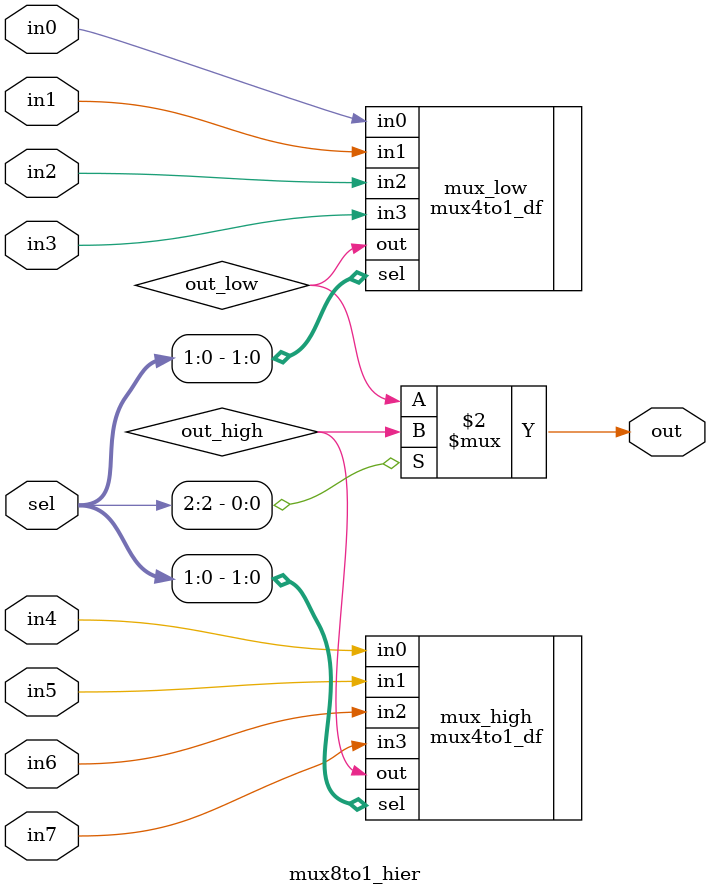
<source format=v>
module mux8to1_hier
(
    input  wire [2:0] sel,
    input  wire in0, in1, in2, in3,
                 in4, in5, in6, in7,
    output wire out
);
    wire out_low, out_high;

    // חיבור שני MUX 4:1
    mux4to1_df mux_low (
        .sel(sel[1:0]),
        .in0(in0), .in1(in1), .in2(in2), .in3(in3),
        .out(out_low)
    );

    mux4to1_df mux_high (
        .sel(sel[1:0]),
        .in0(in4), .in1(in5), .in2(in6), .in3(in7),
        .out(out_high)
    );

    // Multiplexer אחרון – בין low/high לפי sel[2]
    assign out = (sel[2] == 1'b0) ? out_low : out_high;

endmodule
</source>
